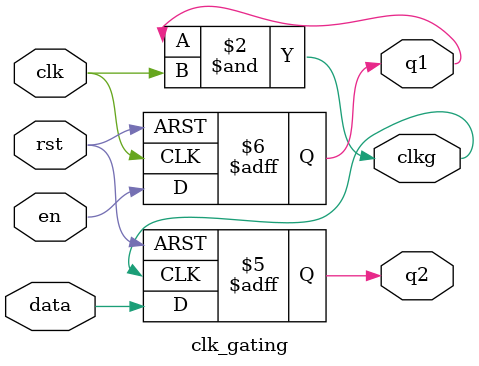
<source format=v>
`timescale 1ns / 1ps


module clk_gating(input en, input rst, input clk, input data,
output reg clkg, output reg q1, output reg q2);

always @ (*) begin
clkg = q1 & clk;
end
always @(posedge clk or posedge rst)begin
if(rst) begin
q1<=1'b0;
end
else begin
q1 <= en;
end 
end
always @(posedge clkg or posedge rst)begin
if(rst)begin
q2 <= 1'b0;
end
else begin
q2 <= data;
end
end
endmodule

</source>
